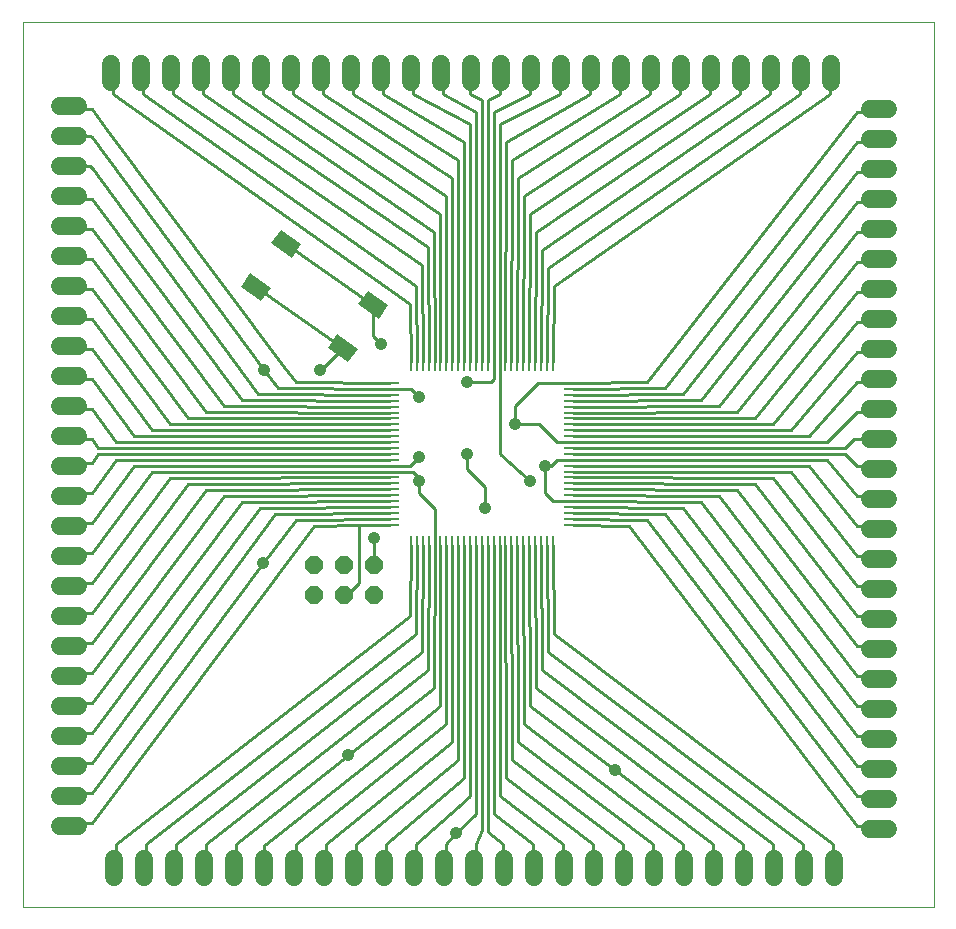
<source format=gtl>
G75*
%MOIN*%
%OFA0B0*%
%FSLAX25Y25*%
%IPPOS*%
%LPD*%
%AMOC8*
5,1,8,0,0,1.08239X$1,22.5*
%
%ADD10C,0.00000*%
%ADD11OC8,0.06000*%
%ADD12C,0.06000*%
%ADD13R,0.05906X0.01063*%
%ADD14R,0.01063X0.05906*%
%ADD15R,0.08268X0.05512*%
%ADD16C,0.01000*%
%ADD17C,0.04156*%
D10*
X0001500Y0001500D02*
X0001500Y0296461D01*
X0305201Y0296461D01*
X0305201Y0001500D01*
X0001500Y0001500D01*
D11*
X0098500Y0105500D03*
X0098500Y0115500D03*
X0108500Y0115500D03*
X0108500Y0105500D03*
X0118500Y0105500D03*
X0118500Y0115500D03*
D12*
X0020000Y0118500D02*
X0014000Y0118500D01*
X0014000Y0108500D02*
X0020000Y0108500D01*
X0020000Y0098500D02*
X0014000Y0098500D01*
X0014000Y0088500D02*
X0020000Y0088500D01*
X0020000Y0078500D02*
X0014000Y0078500D01*
X0014000Y0068500D02*
X0020000Y0068500D01*
X0020000Y0058500D02*
X0014000Y0058500D01*
X0014000Y0048500D02*
X0020000Y0048500D01*
X0020000Y0038500D02*
X0014000Y0038500D01*
X0014000Y0028500D02*
X0020000Y0028500D01*
X0032000Y0017500D02*
X0032000Y0011500D01*
X0042000Y0011500D02*
X0042000Y0017500D01*
X0052000Y0017500D02*
X0052000Y0011500D01*
X0062000Y0011500D02*
X0062000Y0017500D01*
X0072000Y0017500D02*
X0072000Y0011500D01*
X0082000Y0011500D02*
X0082000Y0017500D01*
X0092000Y0017500D02*
X0092000Y0011500D01*
X0102000Y0011500D02*
X0102000Y0017500D01*
X0112000Y0017500D02*
X0112000Y0011500D01*
X0122000Y0011500D02*
X0122000Y0017500D01*
X0132000Y0017500D02*
X0132000Y0011500D01*
X0142000Y0011500D02*
X0142000Y0017500D01*
X0152000Y0017500D02*
X0152000Y0011500D01*
X0162000Y0011500D02*
X0162000Y0017500D01*
X0172000Y0017500D02*
X0172000Y0011500D01*
X0182000Y0011500D02*
X0182000Y0017500D01*
X0192000Y0017500D02*
X0192000Y0011500D01*
X0202000Y0011500D02*
X0202000Y0017500D01*
X0212000Y0017500D02*
X0212000Y0011500D01*
X0222000Y0011500D02*
X0222000Y0017500D01*
X0232000Y0017500D02*
X0232000Y0011500D01*
X0242000Y0011500D02*
X0242000Y0017500D01*
X0252000Y0017500D02*
X0252000Y0011500D01*
X0262000Y0011500D02*
X0262000Y0017500D01*
X0272000Y0017500D02*
X0272000Y0011500D01*
X0284000Y0027500D02*
X0290000Y0027500D01*
X0290000Y0037500D02*
X0284000Y0037500D01*
X0284000Y0047500D02*
X0290000Y0047500D01*
X0290000Y0057500D02*
X0284000Y0057500D01*
X0284000Y0067500D02*
X0290000Y0067500D01*
X0290000Y0077500D02*
X0284000Y0077500D01*
X0284000Y0087500D02*
X0290000Y0087500D01*
X0290000Y0097500D02*
X0284000Y0097500D01*
X0284000Y0107500D02*
X0290000Y0107500D01*
X0290000Y0117500D02*
X0284000Y0117500D01*
X0284000Y0127500D02*
X0290000Y0127500D01*
X0290000Y0137500D02*
X0284000Y0137500D01*
X0284000Y0147500D02*
X0290000Y0147500D01*
X0290000Y0157500D02*
X0284000Y0157500D01*
X0284000Y0167500D02*
X0290000Y0167500D01*
X0290000Y0177500D02*
X0284000Y0177500D01*
X0284000Y0187500D02*
X0290000Y0187500D01*
X0290000Y0197500D02*
X0284000Y0197500D01*
X0284000Y0207500D02*
X0290000Y0207500D01*
X0290000Y0217500D02*
X0284000Y0217500D01*
X0284000Y0227500D02*
X0290000Y0227500D01*
X0290000Y0237500D02*
X0284000Y0237500D01*
X0284000Y0247500D02*
X0290000Y0247500D01*
X0290000Y0257500D02*
X0284000Y0257500D01*
X0284000Y0267500D02*
X0290000Y0267500D01*
X0271000Y0276500D02*
X0271000Y0282500D01*
X0261000Y0282500D02*
X0261000Y0276500D01*
X0251000Y0276500D02*
X0251000Y0282500D01*
X0241000Y0282500D02*
X0241000Y0276500D01*
X0231000Y0276500D02*
X0231000Y0282500D01*
X0221000Y0282500D02*
X0221000Y0276500D01*
X0211000Y0276500D02*
X0211000Y0282500D01*
X0201000Y0282500D02*
X0201000Y0276500D01*
X0191000Y0276500D02*
X0191000Y0282500D01*
X0181000Y0282500D02*
X0181000Y0276500D01*
X0171000Y0276500D02*
X0171000Y0282500D01*
X0161000Y0282500D02*
X0161000Y0276500D01*
X0151000Y0276500D02*
X0151000Y0282500D01*
X0141000Y0282500D02*
X0141000Y0276500D01*
X0131000Y0276500D02*
X0131000Y0282500D01*
X0121000Y0282500D02*
X0121000Y0276500D01*
X0111000Y0276500D02*
X0111000Y0282500D01*
X0101000Y0282500D02*
X0101000Y0276500D01*
X0091000Y0276500D02*
X0091000Y0282500D01*
X0081000Y0282500D02*
X0081000Y0276500D01*
X0071000Y0276500D02*
X0071000Y0282500D01*
X0061000Y0282500D02*
X0061000Y0276500D01*
X0051000Y0276500D02*
X0051000Y0282500D01*
X0041000Y0282500D02*
X0041000Y0276500D01*
X0031000Y0276500D02*
X0031000Y0282500D01*
X0020000Y0268500D02*
X0014000Y0268500D01*
X0014000Y0258500D02*
X0020000Y0258500D01*
X0020000Y0248500D02*
X0014000Y0248500D01*
X0014000Y0238500D02*
X0020000Y0238500D01*
X0020000Y0228500D02*
X0014000Y0228500D01*
X0014000Y0218500D02*
X0020000Y0218500D01*
X0020000Y0208500D02*
X0014000Y0208500D01*
X0014000Y0198500D02*
X0020000Y0198500D01*
X0020000Y0188500D02*
X0014000Y0188500D01*
X0014000Y0178500D02*
X0020000Y0178500D01*
X0020000Y0168500D02*
X0014000Y0168500D01*
X0014000Y0158500D02*
X0020000Y0158500D01*
X0020000Y0148500D02*
X0014000Y0148500D01*
X0014000Y0138500D02*
X0020000Y0138500D01*
X0020000Y0128500D02*
X0014000Y0128500D01*
D13*
X0123988Y0128878D03*
X0123988Y0130846D03*
X0123988Y0132815D03*
X0123988Y0134783D03*
X0123988Y0136752D03*
X0123988Y0138720D03*
X0123988Y0140689D03*
X0123988Y0142657D03*
X0123988Y0144626D03*
X0123988Y0146594D03*
X0123988Y0148563D03*
X0123988Y0150531D03*
X0123988Y0152500D03*
X0123988Y0154469D03*
X0123988Y0156437D03*
X0123988Y0158406D03*
X0123988Y0160374D03*
X0123988Y0162343D03*
X0123988Y0164311D03*
X0123988Y0166280D03*
X0123988Y0168248D03*
X0123988Y0170217D03*
X0123988Y0172185D03*
X0123988Y0174154D03*
X0123988Y0176122D03*
X0185012Y0176122D03*
X0185012Y0174154D03*
X0185012Y0172185D03*
X0185012Y0170217D03*
X0185012Y0168248D03*
X0185012Y0166280D03*
X0185012Y0164311D03*
X0185012Y0162343D03*
X0185012Y0160374D03*
X0185012Y0158406D03*
X0185012Y0156437D03*
X0185012Y0154469D03*
X0185012Y0152500D03*
X0185012Y0150531D03*
X0185012Y0148563D03*
X0185012Y0146594D03*
X0185012Y0144626D03*
X0185012Y0142657D03*
X0185012Y0140689D03*
X0185012Y0138720D03*
X0185012Y0136752D03*
X0185012Y0134783D03*
X0185012Y0132815D03*
X0185012Y0130846D03*
X0185012Y0128878D03*
D14*
X0178122Y0121988D03*
X0176154Y0121988D03*
X0174185Y0121988D03*
X0172217Y0121988D03*
X0170248Y0121988D03*
X0168280Y0121988D03*
X0166311Y0121988D03*
X0164343Y0121988D03*
X0162374Y0121988D03*
X0160406Y0121988D03*
X0158437Y0121988D03*
X0156469Y0121988D03*
X0154500Y0121988D03*
X0152531Y0121988D03*
X0150563Y0121988D03*
X0148594Y0121988D03*
X0146626Y0121988D03*
X0144657Y0121988D03*
X0142689Y0121988D03*
X0140720Y0121988D03*
X0138752Y0121988D03*
X0136783Y0121988D03*
X0134815Y0121988D03*
X0132846Y0121988D03*
X0130878Y0121988D03*
X0130878Y0183012D03*
X0132846Y0183012D03*
X0134815Y0183012D03*
X0136783Y0183012D03*
X0138752Y0183012D03*
X0140720Y0183012D03*
X0142689Y0183012D03*
X0144657Y0183012D03*
X0146626Y0183012D03*
X0148594Y0183012D03*
X0150563Y0183012D03*
X0152531Y0183012D03*
X0154500Y0183012D03*
X0156469Y0183012D03*
X0158437Y0183012D03*
X0160406Y0183012D03*
X0162374Y0183012D03*
X0164343Y0183012D03*
X0166311Y0183012D03*
X0168280Y0183012D03*
X0170248Y0183012D03*
X0172217Y0183012D03*
X0174185Y0183012D03*
X0176154Y0183012D03*
X0178122Y0183012D03*
D15*
G36*
X0120108Y0197579D02*
X0113336Y0202320D01*
X0116498Y0206835D01*
X0123270Y0202094D01*
X0120108Y0197579D01*
G37*
G36*
X0109946Y0183067D02*
X0103174Y0187808D01*
X0106336Y0192323D01*
X0113108Y0187582D01*
X0109946Y0183067D01*
G37*
G36*
X0080921Y0203390D02*
X0074149Y0208131D01*
X0077311Y0212646D01*
X0084083Y0207905D01*
X0080921Y0203390D01*
G37*
G36*
X0091083Y0217903D02*
X0084311Y0222644D01*
X0087473Y0227159D01*
X0094245Y0222418D01*
X0091083Y0217903D01*
G37*
D16*
X0089278Y0222531D02*
X0118303Y0202207D01*
X0118303Y0191697D01*
X0121000Y0189000D01*
X0130878Y0183012D02*
X0130500Y0202500D01*
X0031500Y0272500D01*
X0031500Y0279000D01*
X0031000Y0279500D01*
X0041000Y0279500D02*
X0041500Y0279000D01*
X0041500Y0272500D01*
X0132500Y0208500D01*
X0132846Y0183012D01*
X0134815Y0183012D02*
X0134500Y0215500D01*
X0051500Y0272500D01*
X0051500Y0279000D01*
X0051000Y0279500D01*
X0061000Y0279500D02*
X0061500Y0279000D01*
X0061500Y0272500D01*
X0136500Y0221500D01*
X0136783Y0183012D01*
X0138752Y0183012D02*
X0138500Y0226500D01*
X0071500Y0272500D01*
X0071500Y0279000D01*
X0071000Y0279500D01*
X0081000Y0279500D02*
X0081500Y0279000D01*
X0081500Y0272500D01*
X0140500Y0232500D01*
X0140720Y0183012D01*
X0142689Y0183012D02*
X0142500Y0238500D01*
X0091500Y0272500D01*
X0091500Y0279000D01*
X0091000Y0279500D01*
X0101000Y0279500D02*
X0101500Y0279000D01*
X0101500Y0272500D01*
X0144500Y0244500D01*
X0144657Y0244343D01*
X0144657Y0183012D01*
X0146626Y0183012D02*
X0146500Y0250500D01*
X0111500Y0272500D01*
X0111500Y0279000D01*
X0111000Y0279500D01*
X0121000Y0279500D02*
X0121500Y0279000D01*
X0121500Y0272500D01*
X0148500Y0256500D01*
X0148594Y0183012D01*
X0150563Y0183012D02*
X0150500Y0262500D01*
X0131500Y0272500D01*
X0131500Y0279000D01*
X0131000Y0279500D01*
X0141000Y0279500D02*
X0141500Y0279000D01*
X0141500Y0272500D01*
X0152500Y0266500D01*
X0152531Y0183012D01*
X0154500Y0183012D02*
X0154500Y0270500D01*
X0150500Y0272500D01*
X0150500Y0279000D01*
X0151000Y0279500D01*
X0160500Y0279000D02*
X0160500Y0272500D01*
X0156500Y0270500D01*
X0156469Y0183012D01*
X0158437Y0183012D02*
X0158437Y0177437D01*
X0157500Y0176500D01*
X0149500Y0176500D01*
X0158437Y0183012D02*
X0158500Y0183012D01*
X0158500Y0266500D01*
X0170500Y0272500D01*
X0170500Y0279000D01*
X0171000Y0279500D01*
X0180500Y0279000D02*
X0180500Y0272500D01*
X0160500Y0262500D01*
X0160406Y0183012D01*
X0160406Y0152594D01*
X0170500Y0143500D01*
X0175500Y0139500D02*
X0175500Y0148500D01*
X0177500Y0148500D01*
X0179500Y0150500D01*
X0184980Y0150500D01*
X0185012Y0150531D01*
X0269500Y0150500D01*
X0279500Y0138500D01*
X0286000Y0138500D01*
X0287000Y0137500D01*
X0286000Y0128500D02*
X0279500Y0128500D01*
X0263500Y0148500D01*
X0185012Y0148563D01*
X0185012Y0146594D02*
X0257500Y0146500D01*
X0279500Y0118500D01*
X0286000Y0118500D01*
X0287000Y0117500D01*
X0286000Y0108500D02*
X0279500Y0108500D01*
X0251500Y0144500D01*
X0185012Y0144626D01*
X0185012Y0142657D02*
X0245500Y0142500D01*
X0279500Y0098500D01*
X0286000Y0098500D01*
X0287000Y0097500D01*
X0286000Y0088500D02*
X0279500Y0088500D01*
X0239500Y0140500D01*
X0185012Y0140689D01*
X0185012Y0138720D02*
X0233500Y0138500D01*
X0279500Y0078500D01*
X0286000Y0078500D01*
X0287000Y0077500D01*
X0287000Y0087500D02*
X0286000Y0088500D01*
X0287000Y0107500D02*
X0286000Y0108500D01*
X0287000Y0127500D02*
X0286000Y0128500D01*
X0287000Y0147500D02*
X0286000Y0148500D01*
X0279500Y0148500D01*
X0275500Y0152500D01*
X0185012Y0152500D01*
X0185012Y0154469D02*
X0185043Y0154500D01*
X0275500Y0154500D01*
X0278500Y0157500D01*
X0287000Y0157500D01*
X0286000Y0166500D02*
X0279500Y0166500D01*
X0269500Y0156500D01*
X0185012Y0156437D01*
X0179563Y0156437D01*
X0173500Y0162500D01*
X0165500Y0162500D01*
X0165500Y0168500D01*
X0173122Y0176122D01*
X0185012Y0176122D01*
X0209500Y0176500D01*
X0279500Y0266500D01*
X0286000Y0266500D01*
X0287000Y0267500D01*
X0287000Y0257500D02*
X0286000Y0256500D01*
X0279500Y0256500D01*
X0215500Y0174500D01*
X0185012Y0174154D01*
X0185012Y0172185D02*
X0221500Y0172500D01*
X0279500Y0246500D01*
X0286000Y0246500D01*
X0287000Y0247500D01*
X0287000Y0237500D02*
X0286000Y0236500D01*
X0279500Y0236500D01*
X0227500Y0170500D01*
X0185012Y0170217D01*
X0185012Y0168248D02*
X0233500Y0168500D01*
X0279500Y0226500D01*
X0286000Y0226500D01*
X0287000Y0227500D01*
X0287000Y0217500D02*
X0286000Y0216500D01*
X0279500Y0216500D01*
X0239500Y0166500D01*
X0185012Y0166280D01*
X0185012Y0164311D02*
X0245500Y0164500D01*
X0279500Y0206500D01*
X0286000Y0206500D01*
X0287000Y0207500D01*
X0287000Y0197500D02*
X0286000Y0196500D01*
X0279500Y0196500D01*
X0251500Y0162500D01*
X0185012Y0162343D01*
X0185012Y0160374D02*
X0257500Y0160500D01*
X0279500Y0186500D01*
X0286000Y0186500D01*
X0287000Y0187500D01*
X0287000Y0177500D02*
X0286000Y0176500D01*
X0279500Y0176500D01*
X0263500Y0158500D01*
X0185012Y0158406D01*
X0175500Y0139500D02*
X0178248Y0136752D01*
X0185012Y0136752D01*
X0227500Y0136500D01*
X0279500Y0068500D01*
X0286000Y0068500D01*
X0287000Y0067500D01*
X0286000Y0058500D02*
X0279500Y0058500D01*
X0221500Y0134500D01*
X0185012Y0134783D01*
X0185012Y0132815D02*
X0215500Y0132500D01*
X0279500Y0048500D01*
X0286000Y0048500D01*
X0287000Y0047500D01*
X0286000Y0038500D02*
X0279500Y0038500D01*
X0209500Y0130500D01*
X0185012Y0130846D01*
X0185012Y0128878D02*
X0203500Y0128500D01*
X0279500Y0028500D01*
X0286000Y0028500D01*
X0287000Y0027500D01*
X0287000Y0037500D02*
X0286000Y0038500D01*
X0271500Y0022500D02*
X0178500Y0092500D01*
X0178122Y0121988D01*
X0176154Y0121988D02*
X0176500Y0086500D01*
X0261500Y0022500D01*
X0261500Y0015000D01*
X0262000Y0014500D01*
X0271500Y0015000D02*
X0271500Y0022500D01*
X0271500Y0015000D02*
X0272000Y0014500D01*
X0252000Y0014500D02*
X0251500Y0015000D01*
X0251500Y0022500D01*
X0174500Y0080500D01*
X0174185Y0121988D01*
X0172217Y0121988D02*
X0172500Y0074500D01*
X0241500Y0022500D01*
X0241500Y0015000D01*
X0242000Y0014500D01*
X0232000Y0014500D02*
X0231500Y0015000D01*
X0231500Y0022500D01*
X0198769Y0047183D01*
X0170500Y0068500D01*
X0170248Y0121988D01*
X0168280Y0121988D02*
X0168500Y0062500D01*
X0179836Y0053945D01*
X0221500Y0022500D01*
X0221500Y0015000D01*
X0222000Y0014500D01*
X0212000Y0014500D02*
X0211500Y0015000D01*
X0211500Y0022500D01*
X0166500Y0056500D01*
X0166311Y0121988D01*
X0164343Y0121988D02*
X0164500Y0050500D01*
X0201500Y0022500D01*
X0201500Y0015000D01*
X0202000Y0014500D01*
X0192000Y0014500D02*
X0191500Y0015000D01*
X0191500Y0022500D01*
X0162500Y0044500D01*
X0162374Y0121988D01*
X0160406Y0121988D02*
X0160500Y0038500D01*
X0181500Y0022500D01*
X0181500Y0015000D01*
X0182000Y0014500D01*
X0172000Y0014500D02*
X0171500Y0015000D01*
X0171500Y0022500D01*
X0158500Y0032500D01*
X0158437Y0121988D01*
X0156469Y0121988D02*
X0156469Y0113031D01*
X0156500Y0026500D01*
X0161500Y0022500D01*
X0161500Y0015000D01*
X0162000Y0014500D01*
X0152500Y0015000D02*
X0152500Y0022500D01*
X0154500Y0027000D01*
X0154500Y0121988D01*
X0152531Y0121988D02*
X0152500Y0032500D01*
X0146000Y0026000D01*
X0142500Y0022500D01*
X0142500Y0015000D01*
X0142000Y0014500D01*
X0132500Y0015000D02*
X0132500Y0022500D01*
X0146776Y0035190D01*
X0150500Y0038500D01*
X0150563Y0121988D01*
X0148594Y0121988D02*
X0148500Y0044500D01*
X0122500Y0022500D01*
X0122500Y0015000D01*
X0122000Y0014500D01*
X0112500Y0015000D02*
X0112500Y0022500D01*
X0146500Y0050500D01*
X0146626Y0121988D01*
X0144657Y0121988D02*
X0144500Y0056500D01*
X0102500Y0022500D01*
X0102500Y0015000D01*
X0102000Y0014500D01*
X0092500Y0015000D02*
X0092500Y0022500D01*
X0142500Y0062500D01*
X0142689Y0121988D01*
X0140720Y0121988D02*
X0140500Y0068500D01*
X0134742Y0063934D01*
X0082500Y0022500D01*
X0082000Y0022000D01*
X0082000Y0014500D01*
X0072500Y0015000D02*
X0072500Y0022500D01*
X0107837Y0050341D01*
X0109912Y0051976D01*
X0138500Y0074500D01*
X0138752Y0121988D01*
X0138752Y0134248D01*
X0133500Y0139500D01*
X0133500Y0143500D01*
X0133500Y0144500D01*
X0131500Y0146500D01*
X0124083Y0146500D01*
X0123988Y0146594D01*
X0044500Y0146500D01*
X0024500Y0119500D01*
X0018000Y0119500D01*
X0017000Y0118500D01*
X0018000Y0109500D02*
X0024500Y0109500D01*
X0050500Y0144500D01*
X0123988Y0144626D01*
X0123988Y0142657D02*
X0056500Y0142500D01*
X0024500Y0099500D01*
X0018000Y0099500D01*
X0017000Y0098500D01*
X0018000Y0089500D02*
X0024500Y0089500D01*
X0062500Y0140500D01*
X0123988Y0140689D01*
X0123988Y0138720D02*
X0068500Y0138500D01*
X0024500Y0079500D01*
X0018000Y0079500D01*
X0017000Y0078500D01*
X0018000Y0069500D02*
X0024500Y0069500D01*
X0074500Y0136500D01*
X0123988Y0136752D01*
X0123988Y0134783D02*
X0080500Y0134500D01*
X0024500Y0059500D01*
X0018000Y0059500D01*
X0017000Y0058500D01*
X0018000Y0049500D02*
X0024500Y0049500D01*
X0085500Y0132500D01*
X0123988Y0132815D01*
X0123988Y0130846D02*
X0092500Y0130500D01*
X0081724Y0116080D01*
X0024500Y0039500D01*
X0018000Y0039500D01*
X0017000Y0038500D01*
X0018000Y0029500D02*
X0024500Y0029500D01*
X0072755Y0094057D01*
X0098500Y0128500D01*
X0113467Y0128722D01*
X0113500Y0128689D01*
X0113500Y0109500D01*
X0109500Y0105500D01*
X0108500Y0105500D01*
X0118500Y0115500D02*
X0118500Y0124500D01*
X0113467Y0128722D02*
X0123988Y0128878D01*
X0130878Y0121988D02*
X0130500Y0098500D01*
X0032500Y0022500D01*
X0032500Y0015000D01*
X0032000Y0014500D01*
X0042000Y0014500D02*
X0042500Y0015000D01*
X0042500Y0022500D01*
X0132500Y0092500D01*
X0132846Y0121988D01*
X0134815Y0121988D02*
X0134500Y0086500D01*
X0052500Y0022500D01*
X0052500Y0015000D01*
X0052000Y0014500D01*
X0062000Y0014500D02*
X0062500Y0015000D01*
X0062500Y0022500D01*
X0136500Y0080500D01*
X0136783Y0121988D01*
X0155500Y0134500D02*
X0155500Y0141500D01*
X0149500Y0147500D01*
X0149500Y0152500D01*
X0133500Y0151500D02*
X0130563Y0148563D01*
X0123988Y0148563D01*
X0038500Y0148500D01*
X0024500Y0129500D01*
X0018000Y0129500D01*
X0017000Y0128500D01*
X0017000Y0138500D02*
X0018000Y0139500D01*
X0024500Y0139500D01*
X0032500Y0150500D01*
X0123988Y0150531D01*
X0123988Y0152500D02*
X0026500Y0152500D01*
X0024500Y0149500D01*
X0018000Y0149500D01*
X0017000Y0148500D01*
X0018000Y0157500D02*
X0024500Y0157500D01*
X0026531Y0154469D01*
X0123988Y0154469D01*
X0123988Y0156437D02*
X0032500Y0156500D01*
X0024500Y0167500D01*
X0018000Y0167500D01*
X0017000Y0168500D01*
X0018000Y0177500D02*
X0024500Y0177500D01*
X0038500Y0158500D01*
X0123988Y0158406D01*
X0123988Y0160374D02*
X0044500Y0160500D01*
X0024500Y0187500D01*
X0018000Y0187500D01*
X0017000Y0188500D01*
X0018000Y0197500D02*
X0024500Y0197500D01*
X0050500Y0162500D01*
X0123988Y0162343D01*
X0123988Y0164311D02*
X0056500Y0164500D01*
X0024500Y0207500D01*
X0018000Y0207500D01*
X0017000Y0208500D01*
X0018000Y0217500D02*
X0024500Y0217500D01*
X0062500Y0166500D01*
X0123988Y0166280D01*
X0123988Y0168248D02*
X0068500Y0168500D01*
X0024500Y0227500D01*
X0018000Y0227500D01*
X0017000Y0228500D01*
X0018000Y0237500D02*
X0024500Y0237500D01*
X0074500Y0170500D01*
X0123988Y0170217D01*
X0123988Y0172185D02*
X0080000Y0172500D01*
X0025000Y0247500D01*
X0024000Y0248500D01*
X0017000Y0248500D01*
X0017000Y0238500D02*
X0018000Y0237500D01*
X0017000Y0218500D02*
X0018000Y0217500D01*
X0017000Y0198500D02*
X0018000Y0197500D01*
X0017000Y0178500D02*
X0018000Y0177500D01*
X0017000Y0158500D02*
X0018000Y0157500D01*
X0018000Y0109500D02*
X0017000Y0108500D01*
X0018000Y0089500D02*
X0017000Y0088500D01*
X0018000Y0069500D02*
X0017000Y0068500D01*
X0018000Y0049500D02*
X0017000Y0048500D01*
X0018000Y0029500D02*
X0017000Y0028500D01*
X0072000Y0014500D02*
X0072500Y0015000D01*
X0092000Y0014500D02*
X0092500Y0015000D01*
X0112000Y0014500D02*
X0112500Y0015000D01*
X0132000Y0014500D02*
X0132500Y0015000D01*
X0152000Y0014500D02*
X0152500Y0015000D01*
X0286000Y0058500D02*
X0287000Y0057500D01*
X0286000Y0166500D02*
X0287000Y0167500D01*
X0270500Y0272500D02*
X0178500Y0208500D01*
X0178122Y0183012D01*
X0176154Y0183012D02*
X0176500Y0214500D01*
X0260500Y0272500D01*
X0260500Y0279000D01*
X0261000Y0279500D01*
X0270500Y0279000D02*
X0270500Y0272500D01*
X0270500Y0279000D02*
X0271000Y0279500D01*
X0251000Y0279500D02*
X0250500Y0279000D01*
X0250500Y0272500D01*
X0174500Y0220500D01*
X0174185Y0183012D01*
X0172217Y0183012D02*
X0172500Y0226500D01*
X0240500Y0272500D01*
X0240500Y0279000D01*
X0241000Y0279500D01*
X0231000Y0279500D02*
X0230500Y0279000D01*
X0230500Y0272500D01*
X0170500Y0232500D01*
X0170248Y0183012D01*
X0168280Y0183012D02*
X0168500Y0238500D01*
X0220500Y0272500D01*
X0220500Y0279000D01*
X0221000Y0279500D01*
X0211000Y0279500D02*
X0210500Y0279000D01*
X0210500Y0272500D01*
X0166500Y0244500D01*
X0166311Y0183012D01*
X0164343Y0183012D02*
X0164500Y0250500D01*
X0200500Y0272500D01*
X0200500Y0279000D01*
X0201000Y0279500D01*
X0191000Y0279500D02*
X0190500Y0279000D01*
X0190500Y0272500D01*
X0162500Y0256500D01*
X0162374Y0183012D01*
X0133500Y0171500D02*
X0130846Y0174154D01*
X0123988Y0174154D01*
X0086500Y0174500D01*
X0081967Y0180604D01*
X0024500Y0258000D01*
X0024000Y0258500D01*
X0017000Y0258500D01*
X0018000Y0267500D02*
X0024500Y0267500D01*
X0029500Y0260500D01*
X0088500Y0181500D01*
X0092500Y0176500D01*
X0123988Y0176122D01*
X0108141Y0187695D02*
X0100946Y0180500D01*
X0100500Y0180500D01*
X0108141Y0187695D02*
X0079116Y0208018D01*
X0018000Y0267500D02*
X0017000Y0268500D01*
X0160500Y0279000D02*
X0161000Y0279500D01*
X0180500Y0279000D02*
X0181000Y0279500D01*
D17*
X0121000Y0189000D03*
X0133500Y0171500D03*
X0149500Y0176500D03*
X0165500Y0162500D03*
X0175500Y0148500D03*
X0170500Y0143500D03*
X0155500Y0134500D03*
X0149500Y0152500D03*
X0133500Y0151500D03*
X0133500Y0143500D03*
X0118500Y0124500D03*
X0081724Y0116080D03*
X0109912Y0051976D03*
X0146000Y0026000D03*
X0198769Y0047183D03*
X0100500Y0180500D03*
X0081967Y0180604D03*
M02*

</source>
